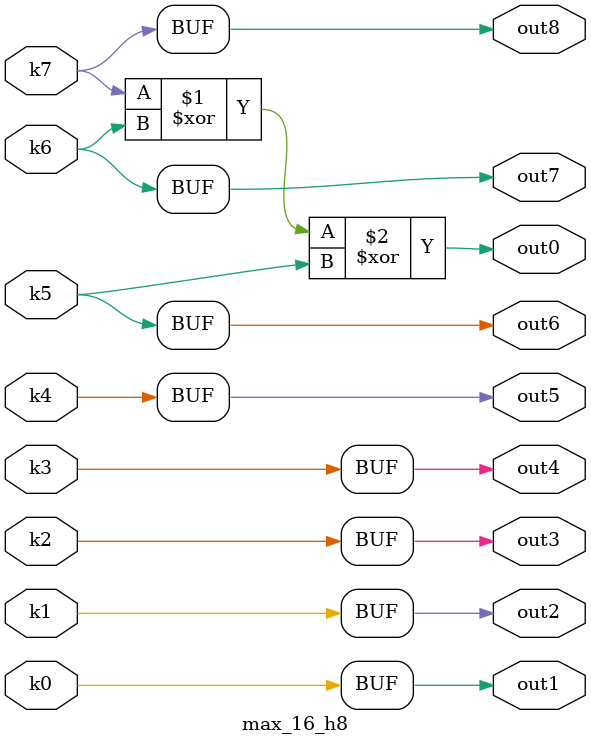
<source format=v>
module max_16(pi00, pi01, pi02, pi03, pi04, pi05, pi06, pi07, pi08, pi09, pi10, pi11, pi12, pi13, pi14, po0, po1, po2, po3, po4, po5, po6, po7, po8);
input pi00, pi01, pi02, pi03, pi04, pi05, pi06, pi07, pi08, pi09, pi10, pi11, pi12, pi13, pi14;
output po0, po1, po2, po3, po4, po5, po6, po7, po8;
wire k0, k1, k2, k3, k4, k5, k6, k7;
max_16_w8 DUT1 (pi00, pi01, pi02, pi03, pi04, pi05, pi06, pi07, pi08, pi09, pi10, pi11, pi12, pi13, pi14, k0, k1, k2, k3, k4, k5, k6, k7);
max_16_h8 DUT2 (k0, k1, k2, k3, k4, k5, k6, k7, po0, po1, po2, po3, po4, po5, po6, po7, po8);
endmodule

module max_16_w8(in14, in13, in12, in11, in10, in9, in8, in7, in6, in5, in4, in3, in2, in1, in0, k7, k6, k5, k4, k3, k2, k1, k0);
input in14, in13, in12, in11, in10, in9, in8, in7, in6, in5, in4, in3, in2, in1, in0;
output k7, k6, k5, k4, k3, k2, k1, k0;
assign k0 =   in3 ? ~in11 : ~in6;
assign k1 =   in3 ? ~in12 : ~in7;
assign k2 =   ~in1 & (in2 | (in14 & in3) | (in9 & ~in3));
assign k3 =   in2 & (in3 ? in14 : in9);
assign k4 =   in3 ? ~in13 : ~in8;
assign k5 =   in3 ? ~in10 : ~in5;
assign k6 =   ~in5 & in10;
assign k7 =   (((in14 | (in4 & ~in9)) & (in4 | ~in9)) | (in11 & ~in6) | (in12 & ~in7) | (in13 & ~in8)) & ((in11 & ~in6) | ((in13 | ~in8 | (in12 & ~in7)) & (in12 | ~in7))) & (in10 | ~in5) & (in11 | ~in6);
endmodule

module max_16_h8(k7, k6, k5, k4, k3, k2, k1, k0, out8, out7, out6, out5, out4, out3, out2, out1, out0);
input k7, k6, k5, k4, k3, k2, k1, k0;
output out8, out7, out6, out5, out4, out3, out2, out1, out0;
assign out0 = k7 ^ k6 ^ k5;
assign out1 = k0;
assign out2 = k1;
assign out3 = k2;
assign out4 = k3;
assign out5 = k4;
assign out6 = k5;
assign out7 = k6;
assign out8 = k7;
endmodule

</source>
